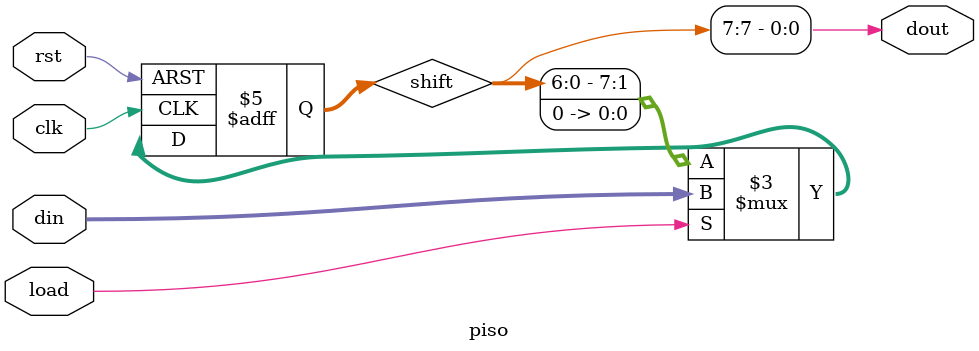
<source format=v>
module piso(input clk, input rst, input load, input [7:0] din, output dout);
    reg [7:0] shift;
    always @(posedge clk or posedge rst)
        if (rst) shift <= 8'b0;
        else if (load) shift <= din;
        else shift <= {shift[6:0], 1'b0};
    assign dout = shift[7];
endmodule

</source>
